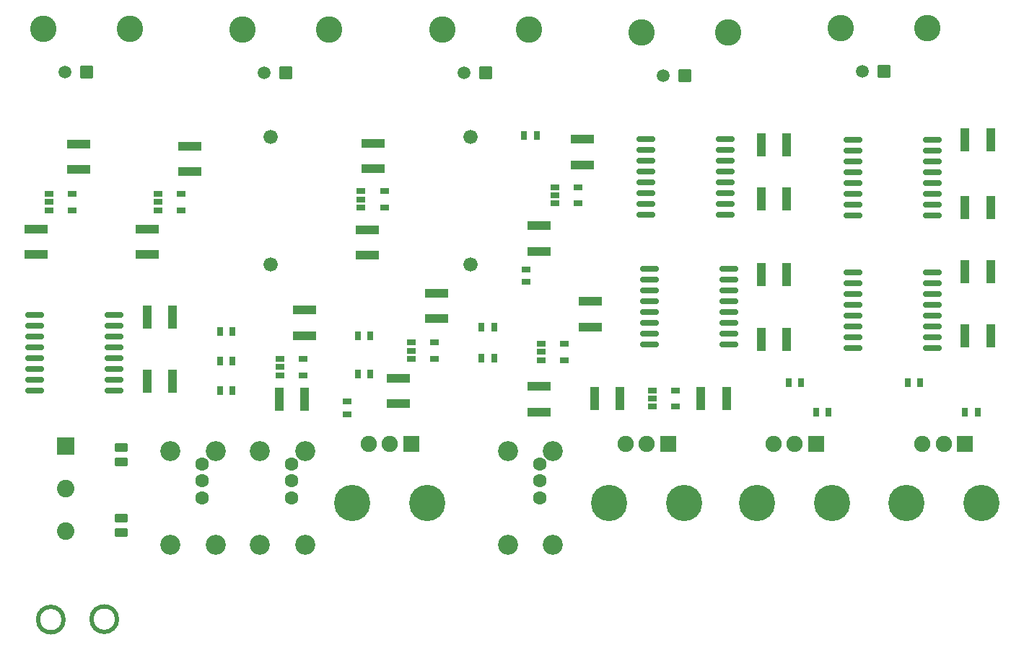
<source format=gbr>
%TF.GenerationSoftware,KiCad,Pcbnew,8.0.5*%
%TF.CreationDate,2024-10-09T14:13:09+02:00*%
%TF.ProjectId,ElectronicVdP,456c6563-7472-46f6-9e69-635664502e6b,v 1.0*%
%TF.SameCoordinates,Original*%
%TF.FileFunction,Soldermask,Top*%
%TF.FilePolarity,Negative*%
%FSLAX46Y46*%
G04 Gerber Fmt 4.6, Leading zero omitted, Abs format (unit mm)*
G04 Created by KiCad (PCBNEW 8.0.5) date 2024-10-09 14:13:09*
%MOMM*%
%LPD*%
G01*
G04 APERTURE LIST*
G04 Aperture macros list*
%AMRoundRect*
0 Rectangle with rounded corners*
0 $1 Rounding radius*
0 $2 $3 $4 $5 $6 $7 $8 $9 X,Y pos of 4 corners*
0 Add a 4 corners polygon primitive as box body*
4,1,4,$2,$3,$4,$5,$6,$7,$8,$9,$2,$3,0*
0 Add four circle primitives for the rounded corners*
1,1,$1+$1,$2,$3*
1,1,$1+$1,$4,$5*
1,1,$1+$1,$6,$7*
1,1,$1+$1,$8,$9*
0 Add four rect primitives between the rounded corners*
20,1,$1+$1,$2,$3,$4,$5,0*
20,1,$1+$1,$4,$5,$6,$7,0*
20,1,$1+$1,$6,$7,$8,$9,0*
20,1,$1+$1,$8,$9,$2,$3,0*%
G04 Aperture macros list end*
%ADD10C,0.500000*%
%ADD11RoundRect,0.050800X-0.488950X-0.254000X0.488950X-0.254000X0.488950X0.254000X-0.488950X0.254000X0*%
%ADD12C,1.601600*%
%ADD13C,2.351600*%
%ADD14RoundRect,0.050800X0.325000X0.450000X-0.325000X0.450000X-0.325000X-0.450000X0.325000X-0.450000X0*%
%ADD15RoundRect,0.050800X-0.325000X-0.450000X0.325000X-0.450000X0.325000X0.450000X-0.325000X0.450000X0*%
%ADD16RoundRect,0.050800X0.450000X-0.325000X0.450000X0.325000X-0.450000X0.325000X-0.450000X-0.325000X0*%
%ADD17RoundRect,0.050800X-0.450000X0.325000X-0.450000X-0.325000X0.450000X-0.325000X0.450000X0.325000X0*%
%ADD18RoundRect,0.050800X0.900000X0.900000X-0.900000X0.900000X-0.900000X-0.900000X0.900000X-0.900000X0*%
%ADD19C,1.901600*%
%ADD20C,4.256600*%
%ADD21RoundRect,0.050800X-0.700000X-0.700000X0.700000X-0.700000X0.700000X0.700000X-0.700000X0.700000X0*%
%ADD22C,1.501600*%
%ADD23C,3.101600*%
%ADD24RoundRect,0.050800X-0.975000X0.975000X-0.975000X-0.975000X0.975000X-0.975000X0.975000X0.975000X0*%
%ADD25C,2.051600*%
%ADD26RoundRect,0.050800X0.420000X1.320000X-0.420000X1.320000X-0.420000X-1.320000X0.420000X-1.320000X0*%
%ADD27RoundRect,0.050800X0.695000X-0.455000X0.695000X0.455000X-0.695000X0.455000X-0.695000X-0.455000X0*%
%ADD28RoundRect,0.050800X-0.420000X-1.320000X0.420000X-1.320000X0.420000X1.320000X-0.420000X1.320000X0*%
%ADD29RoundRect,0.050800X-1.320000X0.420000X-1.320000X-0.420000X1.320000X-0.420000X1.320000X0.420000X0*%
%ADD30C,1.676600*%
%ADD31RoundRect,0.175400X-0.900400X-0.175400X0.900400X-0.175400X0.900400X0.175400X-0.900400X0.175400X0*%
G04 APERTURE END LIST*
D10*
X55725475Y-153377500D02*
G75*
G02*
X52725475Y-153377500I-1500000J0D01*
G01*
X52725475Y-153377500D02*
G75*
G02*
X55725475Y-153377500I1500000J0D01*
G01*
X62000000Y-153317500D02*
G75*
G02*
X59000000Y-153317500I-1500000J0D01*
G01*
X59000000Y-153317500D02*
G75*
G02*
X62000000Y-153317500I1500000J0D01*
G01*
D11*
%TO.C,U11*%
X53989850Y-103364999D03*
X53989850Y-104315000D03*
X53989850Y-105265001D03*
X56720350Y-105265001D03*
X56720350Y-103364999D03*
%TD*%
%TO.C,U10*%
X66769550Y-103364999D03*
X66769550Y-104315000D03*
X66769550Y-105265001D03*
X69500050Y-105265001D03*
X69500050Y-103364999D03*
%TD*%
%TO.C,U9*%
X90634750Y-103049999D03*
X90634750Y-104000000D03*
X90634750Y-104950001D03*
X93365250Y-104950001D03*
X93365250Y-103049999D03*
%TD*%
%TO.C,U8*%
X124769550Y-126424999D03*
X124769550Y-127375000D03*
X124769550Y-128325001D03*
X127500050Y-128325001D03*
X127500050Y-126424999D03*
%TD*%
%TO.C,U7*%
X96500050Y-120834999D03*
X96500050Y-121785000D03*
X96500050Y-122735001D03*
X99230550Y-122735001D03*
X99230550Y-120834999D03*
%TD*%
%TO.C,U3*%
X113355050Y-102554999D03*
X113355050Y-103505000D03*
X113355050Y-104455001D03*
X116085550Y-104455001D03*
X116085550Y-102554999D03*
%TD*%
%TO.C,U2*%
X111769550Y-120969999D03*
X111769550Y-121920000D03*
X111769550Y-122870001D03*
X114500050Y-122870001D03*
X114500050Y-120969999D03*
%TD*%
%TO.C,U1*%
X81134750Y-122764999D03*
X81134750Y-123715000D03*
X81134750Y-124665001D03*
X83865250Y-124665001D03*
X83865250Y-122764999D03*
%TD*%
D12*
%TO.C,S4*%
X72000000Y-135075000D03*
X72000000Y-137075000D03*
X72000000Y-139075000D03*
D13*
X73550000Y-133575000D03*
X73550000Y-144575000D03*
X68250000Y-133575000D03*
X68250000Y-144575000D03*
%TD*%
D12*
%TO.C,S3*%
X111600000Y-135075000D03*
X111600000Y-137075000D03*
X111600000Y-139075000D03*
D13*
X113150000Y-133575000D03*
X113150000Y-144575000D03*
X107850000Y-133575000D03*
X107850000Y-144575000D03*
%TD*%
D12*
%TO.C,S2*%
X82500000Y-135075000D03*
X82500000Y-137075000D03*
X82500000Y-139075000D03*
D13*
X84050000Y-133575000D03*
X84050000Y-144575000D03*
X78750000Y-133575000D03*
X78750000Y-144575000D03*
%TD*%
D14*
%TO.C,R14*%
X156225000Y-125500000D03*
X154775000Y-125500000D03*
%TD*%
D15*
%TO.C,R13*%
X161500000Y-129000000D03*
X162950000Y-129000000D03*
%TD*%
%TO.C,R12*%
X140775000Y-125500000D03*
X142225000Y-125500000D03*
%TD*%
%TO.C,R11*%
X144000000Y-129000000D03*
X145450000Y-129000000D03*
%TD*%
%TO.C,R10*%
X104775000Y-122620000D03*
X106225000Y-122620000D03*
%TD*%
%TO.C,R9*%
X90275000Y-124500000D03*
X91725000Y-124500000D03*
%TD*%
D14*
%TO.C,R8*%
X75500000Y-123016666D03*
X74050000Y-123016666D03*
%TD*%
D15*
%TO.C,R7*%
X109775000Y-96520000D03*
X111225000Y-96520000D03*
%TD*%
D16*
%TO.C,R6*%
X110000000Y-113665000D03*
X110000000Y-112215000D03*
%TD*%
D15*
%TO.C,R5*%
X104775000Y-119000000D03*
X106225000Y-119000000D03*
%TD*%
D14*
%TO.C,R4*%
X75500000Y-119500000D03*
X74050000Y-119500000D03*
%TD*%
D17*
%TO.C,R3*%
X89000000Y-127775000D03*
X89000000Y-129225000D03*
%TD*%
D15*
%TO.C,R2*%
X90275000Y-120015000D03*
X91725000Y-120015000D03*
%TD*%
D14*
%TO.C,R1*%
X75500000Y-126500000D03*
X74050000Y-126500000D03*
%TD*%
D18*
%TO.C,P4*%
X161500000Y-132700000D03*
D19*
X159000000Y-132700000D03*
X156500000Y-132700000D03*
D20*
X163400000Y-139700000D03*
X154600000Y-139700000D03*
%TD*%
D18*
%TO.C,P3*%
X126635000Y-132700000D03*
D19*
X124135000Y-132700000D03*
X121635000Y-132700000D03*
D20*
X128535000Y-139700000D03*
X119735000Y-139700000D03*
%TD*%
D18*
%TO.C,P2*%
X96500000Y-132700000D03*
D19*
X94000000Y-132700000D03*
X91500000Y-132700000D03*
D20*
X98400000Y-139700000D03*
X89600000Y-139700000D03*
%TD*%
D18*
%TO.C,P1*%
X144000000Y-132700000D03*
D19*
X141500000Y-132700000D03*
X139000000Y-132700000D03*
D20*
X145900000Y-139700000D03*
X137100000Y-139700000D03*
%TD*%
D21*
%TO.C,J6*%
X152000000Y-89000000D03*
D22*
X149460000Y-89000000D03*
D23*
X157080000Y-83920000D03*
X146920000Y-83920000D03*
%TD*%
D21*
%TO.C,J5*%
X128605000Y-89500000D03*
D22*
X126065000Y-89500000D03*
D23*
X133685000Y-84420000D03*
X123525000Y-84420000D03*
%TD*%
D24*
%TO.C,J4*%
X56000000Y-133000000D03*
D25*
X56000000Y-138000000D03*
X56000000Y-143000000D03*
%TD*%
D21*
%TO.C,J3*%
X105210000Y-89120000D03*
D22*
X102670000Y-89120000D03*
D23*
X110290000Y-84040000D03*
X100130000Y-84040000D03*
%TD*%
D21*
%TO.C,J2*%
X81815000Y-89120000D03*
D22*
X79275000Y-89120000D03*
D23*
X86895000Y-84040000D03*
X76735000Y-84040000D03*
%TD*%
D21*
%TO.C,J1*%
X58420000Y-89080000D03*
D22*
X55880000Y-89080000D03*
D23*
X63500000Y-84000000D03*
X53340000Y-84000000D03*
%TD*%
D26*
%TO.C,C30*%
X164500000Y-112500000D03*
X161500000Y-112500000D03*
%TD*%
D27*
%TO.C,C29*%
X62525000Y-143115000D03*
X62525000Y-141475000D03*
%TD*%
%TO.C,C28*%
X62525000Y-134820000D03*
X62525000Y-133180000D03*
%TD*%
D28*
%TO.C,C27*%
X161500000Y-120000000D03*
X164500000Y-120000000D03*
%TD*%
D26*
%TO.C,C26*%
X68500000Y-117835000D03*
X65500000Y-117835000D03*
%TD*%
D28*
%TO.C,C25*%
X65500000Y-125335000D03*
X68500000Y-125335000D03*
%TD*%
D29*
%TO.C,C24*%
X116625300Y-96925000D03*
X116625300Y-99925000D03*
%TD*%
%TO.C,C23*%
X111500000Y-107085000D03*
X111500000Y-110085000D03*
%TD*%
%TO.C,C22*%
X111500000Y-126000000D03*
X111500000Y-129000000D03*
%TD*%
%TO.C,C21*%
X117500000Y-116000000D03*
X117500000Y-119000000D03*
%TD*%
D28*
%TO.C,C20*%
X81000000Y-127500000D03*
X84000000Y-127500000D03*
%TD*%
D29*
%TO.C,C19*%
X84000000Y-117000000D03*
X84000000Y-120000000D03*
%TD*%
%TO.C,C18*%
X91365000Y-107580000D03*
X91365000Y-110580000D03*
%TD*%
%TO.C,C17*%
X92000000Y-97420000D03*
X92000000Y-100420000D03*
%TD*%
%TO.C,C16*%
X65500000Y-107500000D03*
X65500000Y-110500000D03*
%TD*%
%TO.C,C15*%
X70500000Y-97735000D03*
X70500000Y-100735000D03*
%TD*%
%TO.C,C14*%
X57500000Y-97500000D03*
X57500000Y-100500000D03*
%TD*%
%TO.C,C13*%
X52500000Y-107500000D03*
X52500000Y-110500000D03*
%TD*%
D28*
%TO.C,C12*%
X137580000Y-103910000D03*
X140580000Y-103910000D03*
%TD*%
D26*
%TO.C,C11*%
X140580000Y-97560000D03*
X137580000Y-97560000D03*
%TD*%
%TO.C,C10*%
X140580000Y-112800000D03*
X137580000Y-112800000D03*
%TD*%
D28*
%TO.C,C9*%
X137580000Y-120420000D03*
X140580000Y-120420000D03*
%TD*%
D26*
%TO.C,C8*%
X133500000Y-127425000D03*
X130500000Y-127425000D03*
%TD*%
%TO.C,C7*%
X121000000Y-127425000D03*
X118000000Y-127425000D03*
%TD*%
D29*
%TO.C,C6*%
X99500000Y-115000000D03*
X99500000Y-118000000D03*
%TD*%
%TO.C,C5*%
X95000000Y-125000000D03*
X95000000Y-128000000D03*
%TD*%
D26*
%TO.C,C4*%
X164500000Y-97000000D03*
X161500000Y-97000000D03*
%TD*%
D28*
%TO.C,C3*%
X161500000Y-105000000D03*
X164500000Y-105000000D03*
%TD*%
D30*
%TO.C,C2*%
X103505000Y-111640000D03*
X103505000Y-96640000D03*
%TD*%
%TO.C,C1*%
X80010000Y-96640000D03*
X80010000Y-111640000D03*
%TD*%
D31*
%TO.C,U5*%
X124470000Y-112165000D03*
X124470000Y-113435000D03*
X124470000Y-114705000D03*
X124470000Y-115975000D03*
X124470000Y-117245000D03*
X124470000Y-118515000D03*
X124470000Y-119785000D03*
X124470000Y-121055000D03*
X133770000Y-121055000D03*
X133770000Y-119785000D03*
X133770000Y-118515000D03*
X133770000Y-117245000D03*
X133770000Y-115975000D03*
X133770000Y-114705000D03*
X133770000Y-113435000D03*
X133770000Y-112165000D03*
%TD*%
%TO.C,U12*%
X148350000Y-96980000D03*
X148350000Y-98250000D03*
X148350000Y-99520000D03*
X148350000Y-100790000D03*
X148350000Y-102060000D03*
X148350000Y-103330000D03*
X148350000Y-104600000D03*
X148350000Y-105870000D03*
X157650000Y-105870000D03*
X157650000Y-104600000D03*
X157650000Y-103330000D03*
X157650000Y-102060000D03*
X157650000Y-100790000D03*
X157650000Y-99520000D03*
X157650000Y-98250000D03*
X157650000Y-96980000D03*
%TD*%
%TO.C,U13*%
X148350000Y-112555000D03*
X148350000Y-113825000D03*
X148350000Y-115095000D03*
X148350000Y-116365000D03*
X148350000Y-117635000D03*
X148350000Y-118905000D03*
X148350000Y-120175000D03*
X148350000Y-121445000D03*
X157650000Y-121445000D03*
X157650000Y-120175000D03*
X157650000Y-118905000D03*
X157650000Y-117635000D03*
X157650000Y-116365000D03*
X157650000Y-115095000D03*
X157650000Y-113825000D03*
X157650000Y-112555000D03*
%TD*%
%TO.C,U6*%
X52350000Y-117555000D03*
X52350000Y-118825000D03*
X52350000Y-120095000D03*
X52350000Y-121365000D03*
X52350000Y-122635000D03*
X52350000Y-123905000D03*
X52350000Y-125175000D03*
X52350000Y-126445000D03*
X61650000Y-126445000D03*
X61650000Y-125175000D03*
X61650000Y-123905000D03*
X61650000Y-122635000D03*
X61650000Y-121365000D03*
X61650000Y-120095000D03*
X61650000Y-118825000D03*
X61650000Y-117555000D03*
%TD*%
%TO.C,U4*%
X124040000Y-96925000D03*
X124040000Y-98195000D03*
X124040000Y-99465000D03*
X124040000Y-100735000D03*
X124040000Y-102005000D03*
X124040000Y-103275000D03*
X124040000Y-104545000D03*
X124040000Y-105815000D03*
X133340000Y-105815000D03*
X133340000Y-104545000D03*
X133340000Y-103275000D03*
X133340000Y-102005000D03*
X133340000Y-100735000D03*
X133340000Y-99465000D03*
X133340000Y-98195000D03*
X133340000Y-96925000D03*
%TD*%
M02*

</source>
